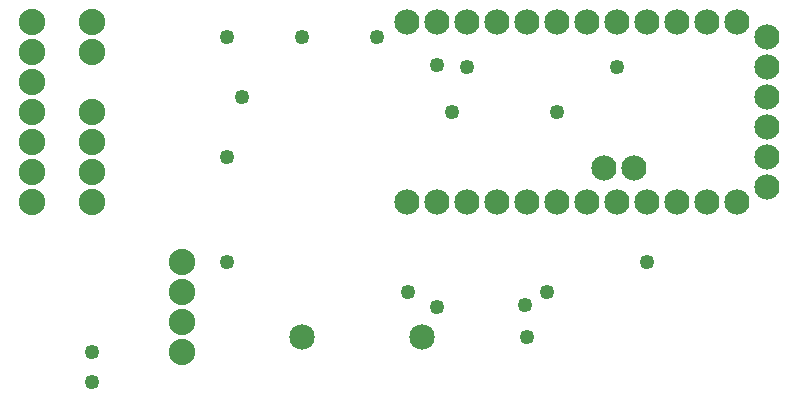
<source format=gbs>
G04 MADE WITH FRITZING*
G04 WWW.FRITZING.ORG*
G04 DOUBLE SIDED*
G04 HOLES PLATED*
G04 CONTOUR ON CENTER OF CONTOUR VECTOR*
%ASAXBY*%
%FSLAX23Y23*%
%MOIN*%
%OFA0B0*%
%SFA1.0B1.0*%
%ADD10C,0.049370*%
%ADD11C,0.085000*%
%ADD12C,0.088000*%
%ADD13C,0.084000*%
%LNMASK0*%
G90*
G70*
G54D10*
X960Y1210D03*
X2009Y1110D03*
X1210Y1210D03*
X710Y810D03*
X760Y1010D03*
X710Y1210D03*
X1409Y1117D03*
X1510Y1110D03*
X1810Y960D03*
X2110Y460D03*
X710Y460D03*
X1775Y360D03*
X1311Y360D03*
X1702Y316D03*
X1410Y310D03*
X1710Y210D03*
G54D11*
X1360Y210D03*
X960Y210D03*
G54D12*
X260Y1260D03*
X260Y1160D03*
X60Y1160D03*
X60Y1060D03*
X260Y960D03*
X60Y960D03*
X260Y860D03*
X60Y860D03*
X260Y760D03*
X60Y760D03*
X60Y660D03*
X60Y1260D03*
X260Y660D03*
G54D10*
X260Y60D03*
X260Y160D03*
G54D12*
X560Y260D03*
X560Y160D03*
X560Y460D03*
X560Y360D03*
G54D13*
X2510Y710D03*
X2510Y810D03*
X2510Y910D03*
X2510Y1010D03*
X2510Y1110D03*
X2510Y1210D03*
X2410Y660D03*
X2310Y660D03*
X2210Y660D03*
X2110Y660D03*
X2010Y660D03*
X2065Y775D03*
X1965Y775D03*
X1910Y660D03*
X1810Y660D03*
X1710Y660D03*
X1610Y660D03*
X1510Y660D03*
X1410Y660D03*
X1310Y660D03*
X1310Y1260D03*
X1410Y1260D03*
X1510Y1260D03*
X1610Y1260D03*
X1710Y1260D03*
X1810Y1260D03*
X1910Y1260D03*
X2010Y1260D03*
X2110Y1260D03*
X2210Y1260D03*
X2310Y1260D03*
X2410Y1260D03*
G54D10*
X1460Y960D03*
G04 End of Mask0*
M02*
</source>
